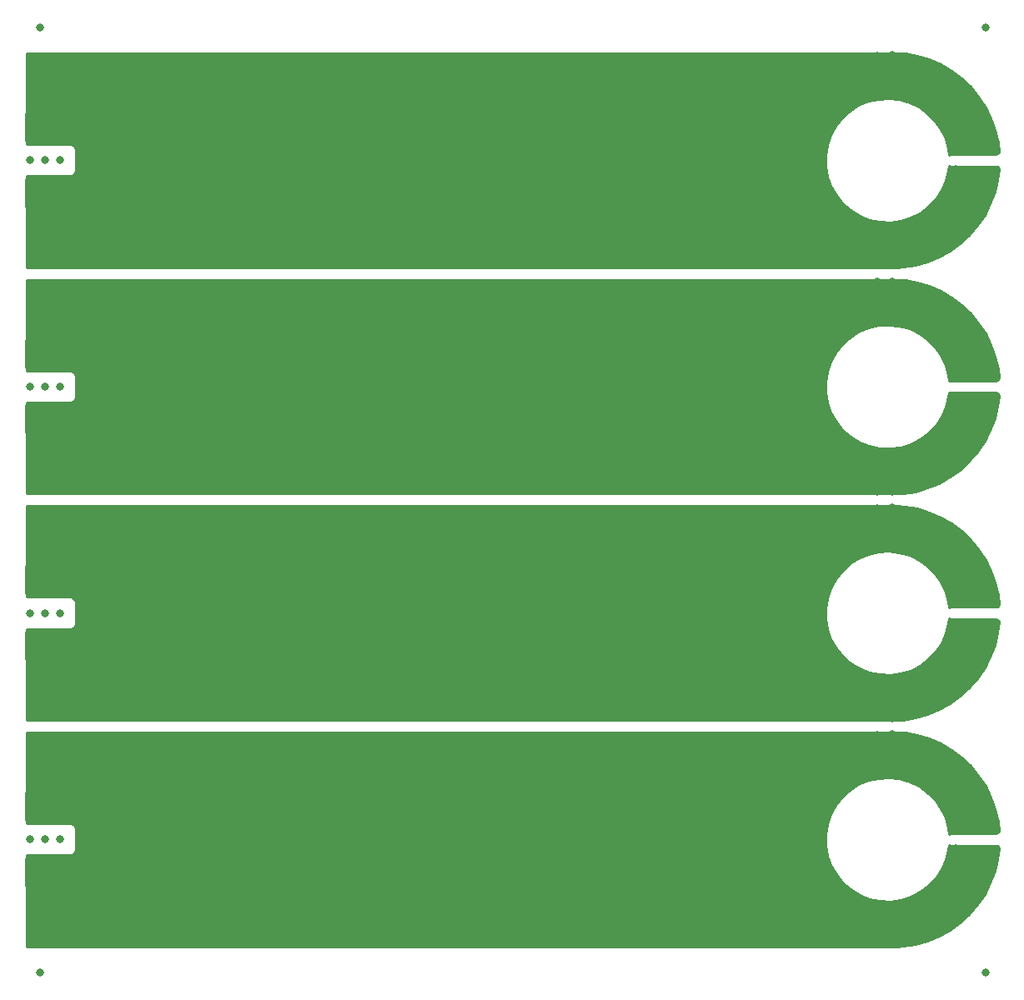
<source format=gbr>
G04 #@! TF.GenerationSoftware,KiCad,Pcbnew,(5.1.0)-1*
G04 #@! TF.CreationDate,2019-04-08T15:48:37-06:00*
G04 #@! TF.ProjectId,H-probe_poly_panelized,482d7072-6f62-4655-9f70-6f6c795f7061,rev?*
G04 #@! TF.SameCoordinates,Original*
G04 #@! TF.FileFunction,Copper,L3,Inr*
G04 #@! TF.FilePolarity,Positive*
%FSLAX46Y46*%
G04 Gerber Fmt 4.6, Leading zero omitted, Abs format (unit mm)*
G04 Created by KiCad (PCBNEW (5.1.0)-1) date 2019-04-08 15:48:37*
%MOMM*%
%LPD*%
G04 APERTURE LIST*
%ADD10C,0.800000*%
%ADD11C,6.400000*%
%ADD12R,4.190000X3.000000*%
%ADD13C,0.254000*%
G04 APERTURE END LIST*
D10*
X177197056Y-140302944D03*
X175500000Y-139600000D03*
X173802944Y-140302944D03*
X173100000Y-142000000D03*
X173802944Y-143697056D03*
X175500000Y-144400000D03*
X177197056Y-143697056D03*
X177900000Y-142000000D03*
D11*
X175500000Y-142000000D03*
D10*
X177197056Y-125302944D03*
X175500000Y-124600000D03*
X173802944Y-125302944D03*
X173100000Y-127000000D03*
X173802944Y-128697056D03*
X175500000Y-129400000D03*
X177197056Y-128697056D03*
X177900000Y-127000000D03*
D11*
X175500000Y-127000000D03*
D10*
X143197056Y-140302944D03*
X141500000Y-139600000D03*
X139802944Y-140302944D03*
X139100000Y-142000000D03*
X139802944Y-143697056D03*
X141500000Y-144400000D03*
X143197056Y-143697056D03*
X143900000Y-142000000D03*
D11*
X141500000Y-142000000D03*
D10*
X109197056Y-140302944D03*
X107500000Y-139600000D03*
X105802944Y-140302944D03*
X105100000Y-142000000D03*
X105802944Y-143697056D03*
X107500000Y-144400000D03*
X109197056Y-143697056D03*
X109900000Y-142000000D03*
D11*
X107500000Y-142000000D03*
D10*
X109197056Y-125302944D03*
X107500000Y-124600000D03*
X105802944Y-125302944D03*
X105100000Y-127000000D03*
X105802944Y-128697056D03*
X107500000Y-129400000D03*
X109197056Y-128697056D03*
X109900000Y-127000000D03*
D11*
X107500000Y-127000000D03*
D10*
X143197056Y-125302944D03*
X141500000Y-124600000D03*
X139802944Y-125302944D03*
X139100000Y-127000000D03*
X139802944Y-128697056D03*
X141500000Y-129400000D03*
X143197056Y-128697056D03*
X143900000Y-127000000D03*
D11*
X141500000Y-127000000D03*
D12*
X102500000Y-131175000D03*
X102500000Y-137825000D03*
D10*
X177197056Y-117302944D03*
X175500000Y-116600000D03*
X173802944Y-117302944D03*
X173100000Y-119000000D03*
X173802944Y-120697056D03*
X175500000Y-121400000D03*
X177197056Y-120697056D03*
X177900000Y-119000000D03*
D11*
X175500000Y-119000000D03*
D10*
X177197056Y-102302944D03*
X175500000Y-101600000D03*
X173802944Y-102302944D03*
X173100000Y-104000000D03*
X173802944Y-105697056D03*
X175500000Y-106400000D03*
X177197056Y-105697056D03*
X177900000Y-104000000D03*
D11*
X175500000Y-104000000D03*
D10*
X143197056Y-117302944D03*
X141500000Y-116600000D03*
X139802944Y-117302944D03*
X139100000Y-119000000D03*
X139802944Y-120697056D03*
X141500000Y-121400000D03*
X143197056Y-120697056D03*
X143900000Y-119000000D03*
D11*
X141500000Y-119000000D03*
D10*
X109197056Y-117302944D03*
X107500000Y-116600000D03*
X105802944Y-117302944D03*
X105100000Y-119000000D03*
X105802944Y-120697056D03*
X107500000Y-121400000D03*
X109197056Y-120697056D03*
X109900000Y-119000000D03*
D11*
X107500000Y-119000000D03*
D10*
X109197056Y-102302944D03*
X107500000Y-101600000D03*
X105802944Y-102302944D03*
X105100000Y-104000000D03*
X105802944Y-105697056D03*
X107500000Y-106400000D03*
X109197056Y-105697056D03*
X109900000Y-104000000D03*
D11*
X107500000Y-104000000D03*
D10*
X143197056Y-102302944D03*
X141500000Y-101600000D03*
X139802944Y-102302944D03*
X139100000Y-104000000D03*
X139802944Y-105697056D03*
X141500000Y-106400000D03*
X143197056Y-105697056D03*
X143900000Y-104000000D03*
D11*
X141500000Y-104000000D03*
D12*
X102500000Y-108175000D03*
X102500000Y-114825000D03*
D10*
X177197056Y-94302944D03*
X175500000Y-93600000D03*
X173802944Y-94302944D03*
X173100000Y-96000000D03*
X173802944Y-97697056D03*
X175500000Y-98400000D03*
X177197056Y-97697056D03*
X177900000Y-96000000D03*
D11*
X175500000Y-96000000D03*
D10*
X177197056Y-79302944D03*
X175500000Y-78600000D03*
X173802944Y-79302944D03*
X173100000Y-81000000D03*
X173802944Y-82697056D03*
X175500000Y-83400000D03*
X177197056Y-82697056D03*
X177900000Y-81000000D03*
D11*
X175500000Y-81000000D03*
D10*
X143197056Y-94302944D03*
X141500000Y-93600000D03*
X139802944Y-94302944D03*
X139100000Y-96000000D03*
X139802944Y-97697056D03*
X141500000Y-98400000D03*
X143197056Y-97697056D03*
X143900000Y-96000000D03*
D11*
X141500000Y-96000000D03*
D10*
X109197056Y-94302944D03*
X107500000Y-93600000D03*
X105802944Y-94302944D03*
X105100000Y-96000000D03*
X105802944Y-97697056D03*
X107500000Y-98400000D03*
X109197056Y-97697056D03*
X109900000Y-96000000D03*
D11*
X107500000Y-96000000D03*
D10*
X109197056Y-79302944D03*
X107500000Y-78600000D03*
X105802944Y-79302944D03*
X105100000Y-81000000D03*
X105802944Y-82697056D03*
X107500000Y-83400000D03*
X109197056Y-82697056D03*
X109900000Y-81000000D03*
D11*
X107500000Y-81000000D03*
D10*
X143197056Y-79302944D03*
X141500000Y-78600000D03*
X139802944Y-79302944D03*
X139100000Y-81000000D03*
X139802944Y-82697056D03*
X141500000Y-83400000D03*
X143197056Y-82697056D03*
X143900000Y-81000000D03*
D11*
X141500000Y-81000000D03*
D12*
X102500000Y-85175000D03*
X102500000Y-91825000D03*
X102500000Y-68825000D03*
X102500000Y-62175000D03*
D11*
X141500000Y-58000000D03*
D10*
X143900000Y-58000000D03*
X143197056Y-59697056D03*
X141500000Y-60400000D03*
X139802944Y-59697056D03*
X139100000Y-58000000D03*
X139802944Y-56302944D03*
X141500000Y-55600000D03*
X143197056Y-56302944D03*
D11*
X107500000Y-58000000D03*
D10*
X109900000Y-58000000D03*
X109197056Y-59697056D03*
X107500000Y-60400000D03*
X105802944Y-59697056D03*
X105100000Y-58000000D03*
X105802944Y-56302944D03*
X107500000Y-55600000D03*
X109197056Y-56302944D03*
D11*
X107500000Y-73000000D03*
D10*
X109900000Y-73000000D03*
X109197056Y-74697056D03*
X107500000Y-75400000D03*
X105802944Y-74697056D03*
X105100000Y-73000000D03*
X105802944Y-71302944D03*
X107500000Y-70600000D03*
X109197056Y-71302944D03*
D11*
X141500000Y-73000000D03*
D10*
X143900000Y-73000000D03*
X143197056Y-74697056D03*
X141500000Y-75400000D03*
X139802944Y-74697056D03*
X139100000Y-73000000D03*
X139802944Y-71302944D03*
X141500000Y-70600000D03*
X143197056Y-71302944D03*
D11*
X175500000Y-58000000D03*
D10*
X177900000Y-58000000D03*
X177197056Y-59697056D03*
X175500000Y-60400000D03*
X173802944Y-59697056D03*
X173100000Y-58000000D03*
X173802944Y-56302944D03*
X175500000Y-55600000D03*
X177197056Y-56302944D03*
D11*
X175500000Y-73000000D03*
D10*
X177900000Y-73000000D03*
X177197056Y-74697056D03*
X175500000Y-75400000D03*
X173802944Y-74697056D03*
X173100000Y-73000000D03*
X173802944Y-71302944D03*
X175500000Y-70600000D03*
X177197056Y-71302944D03*
X198000000Y-52000000D03*
X102000000Y-52000000D03*
X102000000Y-148000000D03*
X198000000Y-148000000D03*
X181000000Y-99000000D03*
X182500000Y-99000000D03*
X178000000Y-78000000D03*
X179500000Y-99000000D03*
X178000000Y-99000000D03*
X179500000Y-78000000D03*
X181000000Y-78000000D03*
X182500000Y-78000000D03*
X110000000Y-99000000D03*
X111500000Y-99000000D03*
X113000000Y-99000000D03*
X114500000Y-99000000D03*
X116000000Y-99000000D03*
X117500000Y-99000000D03*
X119000000Y-99000000D03*
X120500000Y-99000000D03*
X122000000Y-99000000D03*
X123500000Y-99000000D03*
X125000000Y-99000000D03*
X126500000Y-99000000D03*
X128000000Y-99000000D03*
X129500000Y-99000000D03*
X131000000Y-99000000D03*
X132500000Y-99000000D03*
X134000000Y-99000000D03*
X135500000Y-99000000D03*
X137000000Y-99000000D03*
X138500000Y-99000000D03*
X144000000Y-99000000D03*
X145500000Y-99000000D03*
X147000000Y-99000000D03*
X148500000Y-99000000D03*
X150000000Y-99000000D03*
X151500000Y-99000000D03*
X153000000Y-99000000D03*
X154500000Y-99000000D03*
X156000000Y-99000000D03*
X157500000Y-99000000D03*
X159000000Y-99000000D03*
X160500000Y-99000000D03*
X162000000Y-99000000D03*
X163500000Y-99000000D03*
X165000000Y-99000000D03*
X166500000Y-99000000D03*
X168000000Y-99000000D03*
X169500000Y-99000000D03*
X171000000Y-99000000D03*
X172500000Y-99000000D03*
X110000000Y-78000000D03*
X111500000Y-78000000D03*
X113000000Y-78000000D03*
X114500000Y-78000000D03*
X116000000Y-78000000D03*
X117500000Y-78000000D03*
X119000000Y-78000000D03*
X120500000Y-78000000D03*
X122000000Y-78000000D03*
X123500000Y-78000000D03*
X125000000Y-78000000D03*
X126500000Y-78000000D03*
X128000000Y-78000000D03*
X129500000Y-78000000D03*
X131000000Y-78000000D03*
X132500000Y-78000000D03*
X134000000Y-78000000D03*
X135500000Y-78000000D03*
X137000000Y-78000000D03*
X138500000Y-78000000D03*
X144000000Y-78000000D03*
X145500000Y-78000000D03*
X147000000Y-78000000D03*
X148500000Y-78000000D03*
X150000000Y-78000000D03*
X151500000Y-78000000D03*
X153000000Y-78000000D03*
X154500000Y-78000000D03*
X156000000Y-78000000D03*
X157500000Y-78000000D03*
X159000000Y-78000000D03*
X160500000Y-78000000D03*
X162000000Y-78000000D03*
X163500000Y-78000000D03*
X165000000Y-78000000D03*
X166500000Y-78000000D03*
X168000000Y-78000000D03*
X169500000Y-78000000D03*
X171000000Y-78000000D03*
X172500000Y-78000000D03*
X105500000Y-78000000D03*
X104000000Y-78000000D03*
X101000000Y-78000000D03*
X102500000Y-78000000D03*
X104000000Y-99000000D03*
X105500000Y-99000000D03*
X101000000Y-99000000D03*
X102500000Y-99000000D03*
X104000000Y-93000000D03*
X102500000Y-93000000D03*
X101000000Y-93000000D03*
X104000000Y-84000000D03*
X102500000Y-84000000D03*
X101000000Y-84000000D03*
X140000000Y-86500000D03*
X138500000Y-86500000D03*
X102500000Y-86500000D03*
X108500000Y-86500000D03*
X111500000Y-86500000D03*
X129500000Y-86500000D03*
X131000000Y-86500000D03*
X132500000Y-86500000D03*
X134000000Y-86500000D03*
X126500000Y-86500000D03*
X119000000Y-86500000D03*
X117500000Y-86500000D03*
X101000000Y-86500000D03*
X107000000Y-86500000D03*
X125000000Y-86500000D03*
X137000000Y-86500000D03*
X128000000Y-86500000D03*
X116000000Y-86500000D03*
X114500000Y-86500000D03*
X123500000Y-86500000D03*
X105500000Y-86500000D03*
X110000000Y-86500000D03*
X135500000Y-86500000D03*
X113000000Y-86500000D03*
X122000000Y-86500000D03*
X104000000Y-86500000D03*
X120500000Y-86500000D03*
X141500000Y-86500000D03*
X177500000Y-86500000D03*
X176000000Y-86500000D03*
X144500000Y-86500000D03*
X143000000Y-86500000D03*
X147500000Y-86500000D03*
X150500000Y-86500000D03*
X146000000Y-86500000D03*
X149000000Y-86500000D03*
X158000000Y-86500000D03*
X152000000Y-86500000D03*
X152000000Y-86500000D03*
X153500000Y-86500000D03*
X155000000Y-86500000D03*
X156500000Y-86500000D03*
X161000000Y-86500000D03*
X159500000Y-86500000D03*
X162500000Y-86500000D03*
X164000000Y-86500000D03*
X165500000Y-86500000D03*
X167000000Y-86500000D03*
X168500000Y-86500000D03*
X170000000Y-86500000D03*
X171500000Y-86500000D03*
X173000000Y-86500000D03*
X174500000Y-86500000D03*
X104000000Y-90500000D03*
X102500000Y-90500000D03*
X101000000Y-90500000D03*
X101000000Y-79500000D03*
X101000000Y-97500000D03*
X179000000Y-86500000D03*
X107000000Y-90500000D03*
X105500000Y-90500000D03*
X108500000Y-90500000D03*
X110000000Y-90500000D03*
X111500000Y-90500000D03*
X113000000Y-90500000D03*
X114500000Y-90500000D03*
X116000000Y-90500000D03*
X117500000Y-90500000D03*
X119000000Y-90500000D03*
X120500000Y-90500000D03*
X122000000Y-90500000D03*
X123500000Y-90500000D03*
X125000000Y-90500000D03*
X126500000Y-90500000D03*
X128000000Y-90500000D03*
X129500000Y-90500000D03*
X131000000Y-90500000D03*
X132500000Y-90500000D03*
X134000000Y-90500000D03*
X135500000Y-90500000D03*
X137000000Y-90500000D03*
X138500000Y-90500000D03*
X140000000Y-90500000D03*
X141500000Y-90500000D03*
X143000000Y-90500000D03*
X144500000Y-90500000D03*
X146000000Y-90500000D03*
X147500000Y-90500000D03*
X149000000Y-90500000D03*
X150500000Y-90500000D03*
X152000000Y-90500000D03*
X152000000Y-90500000D03*
X153500000Y-90500000D03*
X155000000Y-90500000D03*
X156500000Y-90500000D03*
X158000000Y-90500000D03*
X159500000Y-90500000D03*
X161000000Y-90500000D03*
X162500000Y-90500000D03*
X164000000Y-90500000D03*
X165500000Y-90500000D03*
X167000000Y-90500000D03*
X168500000Y-90500000D03*
X170000000Y-90500000D03*
X171500000Y-90500000D03*
X173000000Y-90500000D03*
X174500000Y-90500000D03*
X176000000Y-90500000D03*
X177500000Y-90500000D03*
X181000000Y-88500000D03*
X181160681Y-89991213D03*
X181635347Y-91413966D03*
X182402207Y-92702942D03*
X183426056Y-93798965D03*
X184659889Y-94651720D03*
X186047062Y-95222056D03*
X187523893Y-95483790D03*
X189022581Y-95424906D03*
X190474324Y-95048108D03*
X191812473Y-94370694D03*
X192975596Y-93423763D03*
X193910295Y-92250788D03*
X194573660Y-90905618D03*
X194935235Y-89450009D03*
X181160681Y-87008787D03*
X181635347Y-85586034D03*
X182402207Y-84297058D03*
X183426056Y-83201035D03*
X184659889Y-82348280D03*
X186047062Y-81777944D03*
X187523893Y-81516210D03*
X189022581Y-81575094D03*
X190474324Y-81951892D03*
X191812473Y-82629306D03*
X192975596Y-83576237D03*
X193910295Y-84749212D03*
X194573660Y-86094382D03*
X194935235Y-87549991D03*
X177892607Y-91977156D03*
X178491886Y-93383213D03*
X179285582Y-94689421D03*
X180257467Y-95869069D03*
X181387667Y-96898039D03*
X182653074Y-97755289D03*
X184027812Y-98423292D03*
X185483771Y-98888387D03*
X186991181Y-99141066D03*
X188519219Y-99176161D03*
X190036640Y-98992955D03*
X191512416Y-98595193D03*
X192916373Y-97991010D03*
X194219802Y-97192759D03*
X195396051Y-96216763D03*
X196421069Y-95082978D03*
X197273897Y-93814587D03*
X197937097Y-92437525D03*
X198397107Y-90979952D03*
X198644523Y-89471669D03*
X177892607Y-85022844D03*
X178491886Y-83616787D03*
X179285582Y-82310579D03*
X180257467Y-81130931D03*
X181387667Y-80101961D03*
X182653074Y-79244711D03*
X184027812Y-78576708D03*
X185483771Y-78111613D03*
X186991181Y-77858934D03*
X188519219Y-77823839D03*
X190036640Y-78007045D03*
X191512416Y-78404807D03*
X192916373Y-79008990D03*
X194219802Y-79807241D03*
X195396051Y-80783237D03*
X196421069Y-81917022D03*
X197273897Y-83185413D03*
X197937097Y-84562475D03*
X198397107Y-86020048D03*
X198644523Y-87528331D03*
X180000000Y-86500000D03*
X101000000Y-81000000D03*
X101000000Y-82500000D03*
X101000000Y-96000000D03*
X101000000Y-94500000D03*
X101000000Y-88500000D03*
X104000000Y-88500000D03*
X102500000Y-88500632D03*
X181000000Y-122000000D03*
X182500000Y-122000000D03*
X178000000Y-101000000D03*
X179500000Y-122000000D03*
X178000000Y-122000000D03*
X179500000Y-101000000D03*
X181000000Y-101000000D03*
X182500000Y-101000000D03*
X110000000Y-122000000D03*
X111500000Y-122000000D03*
X113000000Y-122000000D03*
X114500000Y-122000000D03*
X116000000Y-122000000D03*
X117500000Y-122000000D03*
X119000000Y-122000000D03*
X120500000Y-122000000D03*
X122000000Y-122000000D03*
X123500000Y-122000000D03*
X125000000Y-122000000D03*
X126500000Y-122000000D03*
X128000000Y-122000000D03*
X129500000Y-122000000D03*
X131000000Y-122000000D03*
X132500000Y-122000000D03*
X134000000Y-122000000D03*
X135500000Y-122000000D03*
X137000000Y-122000000D03*
X138500000Y-122000000D03*
X144000000Y-122000000D03*
X145500000Y-122000000D03*
X147000000Y-122000000D03*
X148500000Y-122000000D03*
X150000000Y-122000000D03*
X151500000Y-122000000D03*
X153000000Y-122000000D03*
X154500000Y-122000000D03*
X156000000Y-122000000D03*
X157500000Y-122000000D03*
X159000000Y-122000000D03*
X160500000Y-122000000D03*
X162000000Y-122000000D03*
X163500000Y-122000000D03*
X165000000Y-122000000D03*
X166500000Y-122000000D03*
X168000000Y-122000000D03*
X169500000Y-122000000D03*
X171000000Y-122000000D03*
X172500000Y-122000000D03*
X110000000Y-101000000D03*
X111500000Y-101000000D03*
X113000000Y-101000000D03*
X114500000Y-101000000D03*
X116000000Y-101000000D03*
X117500000Y-101000000D03*
X119000000Y-101000000D03*
X120500000Y-101000000D03*
X122000000Y-101000000D03*
X123500000Y-101000000D03*
X125000000Y-101000000D03*
X126500000Y-101000000D03*
X128000000Y-101000000D03*
X129500000Y-101000000D03*
X131000000Y-101000000D03*
X132500000Y-101000000D03*
X134000000Y-101000000D03*
X135500000Y-101000000D03*
X137000000Y-101000000D03*
X138500000Y-101000000D03*
X144000000Y-101000000D03*
X145500000Y-101000000D03*
X147000000Y-101000000D03*
X148500000Y-101000000D03*
X150000000Y-101000000D03*
X151500000Y-101000000D03*
X153000000Y-101000000D03*
X154500000Y-101000000D03*
X156000000Y-101000000D03*
X157500000Y-101000000D03*
X159000000Y-101000000D03*
X160500000Y-101000000D03*
X162000000Y-101000000D03*
X163500000Y-101000000D03*
X165000000Y-101000000D03*
X166500000Y-101000000D03*
X168000000Y-101000000D03*
X169500000Y-101000000D03*
X171000000Y-101000000D03*
X172500000Y-101000000D03*
X105500000Y-101000000D03*
X104000000Y-101000000D03*
X101000000Y-101000000D03*
X102500000Y-101000000D03*
X104000000Y-122000000D03*
X105500000Y-122000000D03*
X101000000Y-122000000D03*
X102500000Y-122000000D03*
X104000000Y-116000000D03*
X102500000Y-116000000D03*
X101000000Y-116000000D03*
X104000000Y-107000000D03*
X102500000Y-107000000D03*
X101000000Y-107000000D03*
X140000000Y-109500000D03*
X138500000Y-109500000D03*
X102500000Y-109500000D03*
X108500000Y-109500000D03*
X111500000Y-109500000D03*
X129500000Y-109500000D03*
X131000000Y-109500000D03*
X132500000Y-109500000D03*
X134000000Y-109500000D03*
X126500000Y-109500000D03*
X119000000Y-109500000D03*
X117500000Y-109500000D03*
X101000000Y-109500000D03*
X107000000Y-109500000D03*
X125000000Y-109500000D03*
X137000000Y-109500000D03*
X128000000Y-109500000D03*
X116000000Y-109500000D03*
X114500000Y-109500000D03*
X123500000Y-109500000D03*
X105500000Y-109500000D03*
X110000000Y-109500000D03*
X135500000Y-109500000D03*
X113000000Y-109500000D03*
X122000000Y-109500000D03*
X104000000Y-109500000D03*
X120500000Y-109500000D03*
X141500000Y-109500000D03*
X177500000Y-109500000D03*
X176000000Y-109500000D03*
X144500000Y-109500000D03*
X143000000Y-109500000D03*
X147500000Y-109500000D03*
X150500000Y-109500000D03*
X146000000Y-109500000D03*
X149000000Y-109500000D03*
X158000000Y-109500000D03*
X152000000Y-109500000D03*
X152000000Y-109500000D03*
X153500000Y-109500000D03*
X155000000Y-109500000D03*
X156500000Y-109500000D03*
X161000000Y-109500000D03*
X159500000Y-109500000D03*
X162500000Y-109500000D03*
X164000000Y-109500000D03*
X165500000Y-109500000D03*
X167000000Y-109500000D03*
X168500000Y-109500000D03*
X170000000Y-109500000D03*
X171500000Y-109500000D03*
X173000000Y-109500000D03*
X174500000Y-109500000D03*
X104000000Y-113500000D03*
X102500000Y-113500000D03*
X101000000Y-113500000D03*
X101000000Y-102500000D03*
X101000000Y-120500000D03*
X179000000Y-109500000D03*
X107000000Y-113500000D03*
X105500000Y-113500000D03*
X108500000Y-113500000D03*
X110000000Y-113500000D03*
X111500000Y-113500000D03*
X113000000Y-113500000D03*
X114500000Y-113500000D03*
X116000000Y-113500000D03*
X117500000Y-113500000D03*
X119000000Y-113500000D03*
X120500000Y-113500000D03*
X122000000Y-113500000D03*
X123500000Y-113500000D03*
X125000000Y-113500000D03*
X126500000Y-113500000D03*
X128000000Y-113500000D03*
X129500000Y-113500000D03*
X131000000Y-113500000D03*
X132500000Y-113500000D03*
X134000000Y-113500000D03*
X135500000Y-113500000D03*
X137000000Y-113500000D03*
X138500000Y-113500000D03*
X140000000Y-113500000D03*
X141500000Y-113500000D03*
X143000000Y-113500000D03*
X144500000Y-113500000D03*
X146000000Y-113500000D03*
X147500000Y-113500000D03*
X149000000Y-113500000D03*
X150500000Y-113500000D03*
X152000000Y-113500000D03*
X152000000Y-113500000D03*
X153500000Y-113500000D03*
X155000000Y-113500000D03*
X156500000Y-113500000D03*
X158000000Y-113500000D03*
X159500000Y-113500000D03*
X161000000Y-113500000D03*
X162500000Y-113500000D03*
X164000000Y-113500000D03*
X165500000Y-113500000D03*
X167000000Y-113500000D03*
X168500000Y-113500000D03*
X170000000Y-113500000D03*
X171500000Y-113500000D03*
X173000000Y-113500000D03*
X174500000Y-113500000D03*
X176000000Y-113500000D03*
X177500000Y-113500000D03*
X181000000Y-111500000D03*
X181160681Y-112991213D03*
X181635347Y-114413966D03*
X182402207Y-115702942D03*
X183426056Y-116798965D03*
X184659889Y-117651720D03*
X186047062Y-118222056D03*
X187523893Y-118483790D03*
X189022581Y-118424906D03*
X190474324Y-118048108D03*
X191812473Y-117370694D03*
X192975596Y-116423763D03*
X193910295Y-115250788D03*
X194573660Y-113905618D03*
X194935235Y-112450009D03*
X181160681Y-110008787D03*
X181635347Y-108586034D03*
X182402207Y-107297058D03*
X183426056Y-106201035D03*
X184659889Y-105348280D03*
X186047062Y-104777944D03*
X187523893Y-104516210D03*
X189022581Y-104575094D03*
X190474324Y-104951892D03*
X191812473Y-105629306D03*
X192975596Y-106576237D03*
X193910295Y-107749212D03*
X194573660Y-109094382D03*
X194935235Y-110549991D03*
X177892607Y-114977156D03*
X178491886Y-116383213D03*
X179285582Y-117689421D03*
X180257467Y-118869069D03*
X181387667Y-119898039D03*
X182653074Y-120755289D03*
X184027812Y-121423292D03*
X185483771Y-121888387D03*
X186991181Y-122141066D03*
X188519219Y-122176161D03*
X190036640Y-121992955D03*
X191512416Y-121595193D03*
X192916373Y-120991010D03*
X194219802Y-120192759D03*
X195396051Y-119216763D03*
X196421069Y-118082978D03*
X197273897Y-116814587D03*
X197937097Y-115437525D03*
X198397107Y-113979952D03*
X198644523Y-112471669D03*
X177892607Y-108022844D03*
X178491886Y-106616787D03*
X179285582Y-105310579D03*
X180257467Y-104130931D03*
X181387667Y-103101961D03*
X182653074Y-102244711D03*
X184027812Y-101576708D03*
X185483771Y-101111613D03*
X186991181Y-100858934D03*
X188519219Y-100823839D03*
X190036640Y-101007045D03*
X191512416Y-101404807D03*
X192916373Y-102008990D03*
X194219802Y-102807241D03*
X195396051Y-103783237D03*
X196421069Y-104917022D03*
X197273897Y-106185413D03*
X197937097Y-107562475D03*
X198397107Y-109020048D03*
X198644523Y-110528331D03*
X180000000Y-109500000D03*
X101000000Y-104000000D03*
X101000000Y-105500000D03*
X101000000Y-119000000D03*
X101000000Y-117500000D03*
X101000000Y-111500000D03*
X104000000Y-111500000D03*
X102500000Y-111500632D03*
X181000000Y-145000000D03*
X182500000Y-145000000D03*
X178000000Y-124000000D03*
X179500000Y-145000000D03*
X178000000Y-145000000D03*
X179500000Y-124000000D03*
X181000000Y-124000000D03*
X182500000Y-124000000D03*
X110000000Y-145000000D03*
X111500000Y-145000000D03*
X113000000Y-145000000D03*
X114500000Y-145000000D03*
X116000000Y-145000000D03*
X117500000Y-145000000D03*
X119000000Y-145000000D03*
X120500000Y-145000000D03*
X122000000Y-145000000D03*
X123500000Y-145000000D03*
X125000000Y-145000000D03*
X126500000Y-145000000D03*
X128000000Y-145000000D03*
X129500000Y-145000000D03*
X131000000Y-145000000D03*
X132500000Y-145000000D03*
X134000000Y-145000000D03*
X135500000Y-145000000D03*
X137000000Y-145000000D03*
X138500000Y-145000000D03*
X144000000Y-145000000D03*
X145500000Y-145000000D03*
X147000000Y-145000000D03*
X148500000Y-145000000D03*
X150000000Y-145000000D03*
X151500000Y-145000000D03*
X153000000Y-145000000D03*
X154500000Y-145000000D03*
X156000000Y-145000000D03*
X157500000Y-145000000D03*
X159000000Y-145000000D03*
X160500000Y-145000000D03*
X162000000Y-145000000D03*
X163500000Y-145000000D03*
X165000000Y-145000000D03*
X166500000Y-145000000D03*
X168000000Y-145000000D03*
X169500000Y-145000000D03*
X171000000Y-145000000D03*
X172500000Y-145000000D03*
X110000000Y-124000000D03*
X111500000Y-124000000D03*
X113000000Y-124000000D03*
X114500000Y-124000000D03*
X116000000Y-124000000D03*
X117500000Y-124000000D03*
X119000000Y-124000000D03*
X120500000Y-124000000D03*
X122000000Y-124000000D03*
X123500000Y-124000000D03*
X125000000Y-124000000D03*
X126500000Y-124000000D03*
X128000000Y-124000000D03*
X129500000Y-124000000D03*
X131000000Y-124000000D03*
X132500000Y-124000000D03*
X134000000Y-124000000D03*
X135500000Y-124000000D03*
X137000000Y-124000000D03*
X138500000Y-124000000D03*
X144000000Y-124000000D03*
X145500000Y-124000000D03*
X147000000Y-124000000D03*
X148500000Y-124000000D03*
X150000000Y-124000000D03*
X151500000Y-124000000D03*
X153000000Y-124000000D03*
X154500000Y-124000000D03*
X156000000Y-124000000D03*
X157500000Y-124000000D03*
X159000000Y-124000000D03*
X160500000Y-124000000D03*
X162000000Y-124000000D03*
X163500000Y-124000000D03*
X165000000Y-124000000D03*
X166500000Y-124000000D03*
X168000000Y-124000000D03*
X169500000Y-124000000D03*
X171000000Y-124000000D03*
X172500000Y-124000000D03*
X105500000Y-124000000D03*
X104000000Y-124000000D03*
X101000000Y-124000000D03*
X102500000Y-124000000D03*
X104000000Y-145000000D03*
X105500000Y-145000000D03*
X101000000Y-145000000D03*
X102500000Y-145000000D03*
X104000000Y-139000000D03*
X102500000Y-139000000D03*
X101000000Y-139000000D03*
X104000000Y-130000000D03*
X102500000Y-130000000D03*
X101000000Y-130000000D03*
X140000000Y-132500000D03*
X138500000Y-132500000D03*
X102500000Y-132500000D03*
X108500000Y-132500000D03*
X111500000Y-132500000D03*
X129500000Y-132500000D03*
X131000000Y-132500000D03*
X132500000Y-132500000D03*
X134000000Y-132500000D03*
X126500000Y-132500000D03*
X119000000Y-132500000D03*
X117500000Y-132500000D03*
X101000000Y-132500000D03*
X107000000Y-132500000D03*
X125000000Y-132500000D03*
X137000000Y-132500000D03*
X128000000Y-132500000D03*
X116000000Y-132500000D03*
X114500000Y-132500000D03*
X123500000Y-132500000D03*
X105500000Y-132500000D03*
X110000000Y-132500000D03*
X135500000Y-132500000D03*
X113000000Y-132500000D03*
X122000000Y-132500000D03*
X104000000Y-132500000D03*
X120500000Y-132500000D03*
X141500000Y-132500000D03*
X177500000Y-132500000D03*
X176000000Y-132500000D03*
X144500000Y-132500000D03*
X143000000Y-132500000D03*
X147500000Y-132500000D03*
X150500000Y-132500000D03*
X146000000Y-132500000D03*
X149000000Y-132500000D03*
X158000000Y-132500000D03*
X152000000Y-132500000D03*
X152000000Y-132500000D03*
X153500000Y-132500000D03*
X155000000Y-132500000D03*
X156500000Y-132500000D03*
X161000000Y-132500000D03*
X159500000Y-132500000D03*
X162500000Y-132500000D03*
X164000000Y-132500000D03*
X165500000Y-132500000D03*
X167000000Y-132500000D03*
X168500000Y-132500000D03*
X170000000Y-132500000D03*
X171500000Y-132500000D03*
X173000000Y-132500000D03*
X174500000Y-132500000D03*
X104000000Y-136500000D03*
X102500000Y-136500000D03*
X101000000Y-136500000D03*
X101000000Y-125500000D03*
X101000000Y-143500000D03*
X179000000Y-132500000D03*
X107000000Y-136500000D03*
X105500000Y-136500000D03*
X108500000Y-136500000D03*
X110000000Y-136500000D03*
X111500000Y-136500000D03*
X113000000Y-136500000D03*
X114500000Y-136500000D03*
X116000000Y-136500000D03*
X117500000Y-136500000D03*
X119000000Y-136500000D03*
X120500000Y-136500000D03*
X122000000Y-136500000D03*
X123500000Y-136500000D03*
X125000000Y-136500000D03*
X126500000Y-136500000D03*
X128000000Y-136500000D03*
X129500000Y-136500000D03*
X131000000Y-136500000D03*
X132500000Y-136500000D03*
X134000000Y-136500000D03*
X135500000Y-136500000D03*
X137000000Y-136500000D03*
X138500000Y-136500000D03*
X140000000Y-136500000D03*
X141500000Y-136500000D03*
X143000000Y-136500000D03*
X144500000Y-136500000D03*
X146000000Y-136500000D03*
X147500000Y-136500000D03*
X149000000Y-136500000D03*
X150500000Y-136500000D03*
X152000000Y-136500000D03*
X152000000Y-136500000D03*
X153500000Y-136500000D03*
X155000000Y-136500000D03*
X156500000Y-136500000D03*
X158000000Y-136500000D03*
X159500000Y-136500000D03*
X161000000Y-136500000D03*
X162500000Y-136500000D03*
X164000000Y-136500000D03*
X165500000Y-136500000D03*
X167000000Y-136500000D03*
X168500000Y-136500000D03*
X170000000Y-136500000D03*
X171500000Y-136500000D03*
X173000000Y-136500000D03*
X174500000Y-136500000D03*
X176000000Y-136500000D03*
X177500000Y-136500000D03*
X181000000Y-134500000D03*
X181160681Y-135991213D03*
X181635347Y-137413966D03*
X182402207Y-138702942D03*
X183426056Y-139798965D03*
X184659889Y-140651720D03*
X186047062Y-141222056D03*
X187523893Y-141483790D03*
X189022581Y-141424906D03*
X190474324Y-141048108D03*
X191812473Y-140370694D03*
X192975596Y-139423763D03*
X193910295Y-138250788D03*
X194573660Y-136905618D03*
X194935235Y-135450009D03*
X181160681Y-133008787D03*
X181635347Y-131586034D03*
X182402207Y-130297058D03*
X183426056Y-129201035D03*
X184659889Y-128348280D03*
X186047062Y-127777944D03*
X187523893Y-127516210D03*
X189022581Y-127575094D03*
X190474324Y-127951892D03*
X191812473Y-128629306D03*
X192975596Y-129576237D03*
X193910295Y-130749212D03*
X194573660Y-132094382D03*
X194935235Y-133549991D03*
X177892607Y-137977156D03*
X178491886Y-139383213D03*
X179285582Y-140689421D03*
X180257467Y-141869069D03*
X181387667Y-142898039D03*
X182653074Y-143755289D03*
X184027812Y-144423292D03*
X185483771Y-144888387D03*
X186991181Y-145141066D03*
X188519219Y-145176161D03*
X190036640Y-144992955D03*
X191512416Y-144595193D03*
X192916373Y-143991010D03*
X194219802Y-143192759D03*
X195396051Y-142216763D03*
X196421069Y-141082978D03*
X197273897Y-139814587D03*
X197937097Y-138437525D03*
X198397107Y-136979952D03*
X198644523Y-135471669D03*
X177892607Y-131022844D03*
X178491886Y-129616787D03*
X179285582Y-128310579D03*
X180257467Y-127130931D03*
X181387667Y-126101961D03*
X182653074Y-125244711D03*
X184027812Y-124576708D03*
X185483771Y-124111613D03*
X186991181Y-123858934D03*
X188519219Y-123823839D03*
X190036640Y-124007045D03*
X191512416Y-124404807D03*
X192916373Y-125008990D03*
X194219802Y-125807241D03*
X195396051Y-126783237D03*
X196421069Y-127917022D03*
X197273897Y-129185413D03*
X197937097Y-130562475D03*
X198397107Y-132020048D03*
X198644523Y-133528331D03*
X180000000Y-132500000D03*
X101000000Y-127000000D03*
X101000000Y-128500000D03*
X101000000Y-142000000D03*
X101000000Y-140500000D03*
X101000000Y-134500000D03*
X104000000Y-134500000D03*
X102500000Y-134500632D03*
X178000000Y-76000000D03*
X179500000Y-76000000D03*
X181000000Y-76000000D03*
X182500000Y-76000000D03*
X178000000Y-55000000D03*
X179500000Y-55000000D03*
X181000000Y-55000000D03*
X182500000Y-55000000D03*
X110000000Y-76000000D03*
X111500000Y-76000000D03*
X113000000Y-76000000D03*
X114500000Y-76000000D03*
X116000000Y-76000000D03*
X117500000Y-76000000D03*
X119000000Y-76000000D03*
X120500000Y-76000000D03*
X122000000Y-76000000D03*
X123500000Y-76000000D03*
X125000000Y-76000000D03*
X126500000Y-76000000D03*
X128000000Y-76000000D03*
X129500000Y-76000000D03*
X131000000Y-76000000D03*
X132500000Y-76000000D03*
X134000000Y-76000000D03*
X135500000Y-76000000D03*
X137000000Y-76000000D03*
X138500000Y-76000000D03*
X144000000Y-76000000D03*
X145500000Y-76000000D03*
X147000000Y-76000000D03*
X148500000Y-76000000D03*
X150000000Y-76000000D03*
X151500000Y-76000000D03*
X153000000Y-76000000D03*
X154500000Y-76000000D03*
X156000000Y-76000000D03*
X157500000Y-76000000D03*
X159000000Y-76000000D03*
X160500000Y-76000000D03*
X162000000Y-76000000D03*
X163500000Y-76000000D03*
X165000000Y-76000000D03*
X166500000Y-76000000D03*
X168000000Y-76000000D03*
X169500000Y-76000000D03*
X171000000Y-76000000D03*
X172500000Y-76000000D03*
X110000000Y-55000000D03*
X111500000Y-55000000D03*
X113000000Y-55000000D03*
X114500000Y-55000000D03*
X116000000Y-55000000D03*
X117500000Y-55000000D03*
X119000000Y-55000000D03*
X120500000Y-55000000D03*
X122000000Y-55000000D03*
X123500000Y-55000000D03*
X125000000Y-55000000D03*
X126500000Y-55000000D03*
X128000000Y-55000000D03*
X129500000Y-55000000D03*
X131000000Y-55000000D03*
X132500000Y-55000000D03*
X134000000Y-55000000D03*
X135500000Y-55000000D03*
X137000000Y-55000000D03*
X138500000Y-55000000D03*
X144000000Y-55000000D03*
X145500000Y-55000000D03*
X147000000Y-55000000D03*
X148500000Y-55000000D03*
X150000000Y-55000000D03*
X151500000Y-55000000D03*
X153000000Y-55000000D03*
X154500000Y-55000000D03*
X156000000Y-55000000D03*
X157500000Y-55000000D03*
X159000000Y-55000000D03*
X160500000Y-55000000D03*
X162000000Y-55000000D03*
X163500000Y-55000000D03*
X165000000Y-55000000D03*
X166500000Y-55000000D03*
X168000000Y-55000000D03*
X169500000Y-55000000D03*
X171000000Y-55000000D03*
X172500000Y-55000000D03*
X105500000Y-55000000D03*
X104000000Y-55000000D03*
X101000000Y-55000000D03*
X102500000Y-55000000D03*
X104000000Y-76000000D03*
X105500000Y-76000000D03*
X101000000Y-76000000D03*
X102500000Y-76000000D03*
X104000000Y-70000000D03*
X102500000Y-70000000D03*
X101000000Y-70000000D03*
X104000000Y-61000000D03*
X102500000Y-61000000D03*
X101000000Y-61000000D03*
X140000000Y-63500000D03*
X138500000Y-63500000D03*
X102500000Y-63500000D03*
X108500000Y-63500000D03*
X111500000Y-63500000D03*
X129500000Y-63500000D03*
X131000000Y-63500000D03*
X132500000Y-63500000D03*
X134000000Y-63500000D03*
X126500000Y-63500000D03*
X119000000Y-63500000D03*
X117500000Y-63500000D03*
X101000000Y-63500000D03*
X107000000Y-63500000D03*
X125000000Y-63500000D03*
X137000000Y-63500000D03*
X128000000Y-63500000D03*
X116000000Y-63500000D03*
X114500000Y-63500000D03*
X123500000Y-63500000D03*
X105500000Y-63500000D03*
X110000000Y-63500000D03*
X135500000Y-63500000D03*
X113000000Y-63500000D03*
X122000000Y-63500000D03*
X104000000Y-63500000D03*
X120500000Y-63500000D03*
X141500000Y-63500000D03*
X177500000Y-63500000D03*
X176000000Y-63500000D03*
X144500000Y-63500000D03*
X143000000Y-63500000D03*
X147500000Y-63500000D03*
X150500000Y-63500000D03*
X146000000Y-63500000D03*
X149000000Y-63500000D03*
X158000000Y-63500000D03*
X152000000Y-63500000D03*
X152000000Y-63500000D03*
X153500000Y-63500000D03*
X155000000Y-63500000D03*
X156500000Y-63500000D03*
X161000000Y-63500000D03*
X159500000Y-63500000D03*
X162500000Y-63500000D03*
X164000000Y-63500000D03*
X165500000Y-63500000D03*
X167000000Y-63500000D03*
X168500000Y-63500000D03*
X170000000Y-63500000D03*
X171500000Y-63500000D03*
X173000000Y-63500000D03*
X174500000Y-63500000D03*
X104000000Y-67500000D03*
X102500000Y-67500000D03*
X101000000Y-67500000D03*
X101000000Y-56500000D03*
X101000000Y-74500000D03*
X179000000Y-63500000D03*
X107000000Y-67500000D03*
X105500000Y-67500000D03*
X108500000Y-67500000D03*
X110000000Y-67500000D03*
X111500000Y-67500000D03*
X113000000Y-67500000D03*
X114500000Y-67500000D03*
X116000000Y-67500000D03*
X117500000Y-67500000D03*
X119000000Y-67500000D03*
X120500000Y-67500000D03*
X122000000Y-67500000D03*
X123500000Y-67500000D03*
X125000000Y-67500000D03*
X126500000Y-67500000D03*
X128000000Y-67500000D03*
X129500000Y-67500000D03*
X131000000Y-67500000D03*
X132500000Y-67500000D03*
X134000000Y-67500000D03*
X135500000Y-67500000D03*
X137000000Y-67500000D03*
X138500000Y-67500000D03*
X140000000Y-67500000D03*
X141500000Y-67500000D03*
X143000000Y-67500000D03*
X144500000Y-67500000D03*
X146000000Y-67500000D03*
X147500000Y-67500000D03*
X149000000Y-67500000D03*
X150500000Y-67500000D03*
X152000000Y-67500000D03*
X152000000Y-67500000D03*
X153500000Y-67500000D03*
X155000000Y-67500000D03*
X156500000Y-67500000D03*
X158000000Y-67500000D03*
X159500000Y-67500000D03*
X161000000Y-67500000D03*
X162500000Y-67500000D03*
X164000000Y-67500000D03*
X165500000Y-67500000D03*
X167000000Y-67500000D03*
X168500000Y-67500000D03*
X170000000Y-67500000D03*
X171500000Y-67500000D03*
X173000000Y-67500000D03*
X174500000Y-67500000D03*
X176000000Y-67500000D03*
X177500000Y-67500000D03*
X181000000Y-65500000D03*
X181160681Y-66991213D03*
X181635347Y-68413966D03*
X182402207Y-69702942D03*
X183426056Y-70798965D03*
X184659889Y-71651720D03*
X186047062Y-72222056D03*
X187523893Y-72483790D03*
X189022581Y-72424906D03*
X190474324Y-72048108D03*
X191812473Y-71370694D03*
X192975596Y-70423763D03*
X193910295Y-69250788D03*
X194573660Y-67905618D03*
X194935235Y-66450009D03*
X181160681Y-64008787D03*
X181635347Y-62586034D03*
X182402207Y-61297058D03*
X183426056Y-60201035D03*
X184659889Y-59348280D03*
X186047062Y-58777944D03*
X187523893Y-58516210D03*
X189022581Y-58575094D03*
X190474324Y-58951892D03*
X191812473Y-59629306D03*
X192975596Y-60576237D03*
X193910295Y-61749212D03*
X194573660Y-63094382D03*
X194935235Y-64549991D03*
X177892607Y-68977156D03*
X178491886Y-70383213D03*
X179285582Y-71689421D03*
X180257467Y-72869069D03*
X181387667Y-73898039D03*
X182653074Y-74755289D03*
X184027812Y-75423292D03*
X185483771Y-75888387D03*
X186991181Y-76141066D03*
X188519219Y-76176161D03*
X190036640Y-75992955D03*
X191512416Y-75595193D03*
X192916373Y-74991010D03*
X194219802Y-74192759D03*
X195396051Y-73216763D03*
X196421069Y-72082978D03*
X197273897Y-70814587D03*
X197937097Y-69437525D03*
X198397107Y-67979952D03*
X198644523Y-66471669D03*
X177892607Y-62022844D03*
X178491886Y-60616787D03*
X179285582Y-59310579D03*
X180257467Y-58130931D03*
X181387667Y-57101961D03*
X182653074Y-56244711D03*
X184027812Y-55576708D03*
X185483771Y-55111613D03*
X186991181Y-54858934D03*
X188519219Y-54823839D03*
X190036640Y-55007045D03*
X191512416Y-55404807D03*
X192916373Y-56008990D03*
X194219802Y-56807241D03*
X195396051Y-57783237D03*
X196421069Y-58917022D03*
X197273897Y-60185413D03*
X197937097Y-61562475D03*
X198397107Y-63020048D03*
X198644523Y-64528331D03*
X180000000Y-63500000D03*
X101000000Y-58000000D03*
X101000000Y-59500000D03*
X101000000Y-73000000D03*
X101000000Y-71500000D03*
X101000000Y-65500000D03*
X104000000Y-65500000D03*
X102500000Y-65500632D03*
D13*
G36*
X189771354Y-54677450D02*
G01*
X191025351Y-54899691D01*
X192244852Y-55266719D01*
X193413205Y-55773523D01*
X194514445Y-56413175D01*
X195533531Y-57176937D01*
X196456556Y-58054387D01*
X197270906Y-59033535D01*
X197965451Y-60101003D01*
X198530714Y-61242217D01*
X198958968Y-62441580D01*
X199244368Y-63682726D01*
X199343927Y-64591783D01*
X199319148Y-64684259D01*
X199184259Y-64819148D01*
X198983279Y-64873000D01*
X194500000Y-64873000D01*
X194467130Y-64877327D01*
X194254113Y-64934405D01*
X194189994Y-64319195D01*
X193902546Y-63293129D01*
X193446325Y-62330163D01*
X192834378Y-61457833D01*
X192084201Y-60701080D01*
X191217244Y-60081544D01*
X190258296Y-59616937D01*
X189234777Y-59320546D01*
X188175951Y-59200844D01*
X187112095Y-59261254D01*
X186073626Y-59500049D01*
X185090239Y-59910401D01*
X184190050Y-60480577D01*
X183398800Y-61194273D01*
X182739112Y-62031083D01*
X182229849Y-62967081D01*
X181885572Y-63975502D01*
X181716125Y-65027513D01*
X181726354Y-66093034D01*
X181915965Y-67141599D01*
X182279538Y-68143225D01*
X182806676Y-69069273D01*
X183482307Y-69893265D01*
X184287113Y-70591640D01*
X185198081Y-71144429D01*
X186189165Y-71535827D01*
X187232027Y-71754642D01*
X188296847Y-71794617D01*
X189353179Y-71654611D01*
X190370820Y-71338625D01*
X191320671Y-70855695D01*
X192175575Y-70219629D01*
X192911086Y-69448615D01*
X193506174Y-68564697D01*
X193943824Y-67593151D01*
X194211522Y-66561755D01*
X194253633Y-66065467D01*
X194467130Y-66122673D01*
X194500000Y-66127000D01*
X198983279Y-66127000D01*
X199184259Y-66180852D01*
X199319148Y-66315741D01*
X199347842Y-66422831D01*
X199214497Y-67485822D01*
X198909639Y-68722322D01*
X198462598Y-69914815D01*
X197879481Y-71047005D01*
X197168252Y-72103436D01*
X196338627Y-73069668D01*
X195401932Y-73932512D01*
X194370968Y-74680178D01*
X193259813Y-75302455D01*
X192083652Y-75790839D01*
X190858538Y-76138667D01*
X189598863Y-76341562D01*
X188978269Y-76373000D01*
X100602000Y-76373000D01*
X100602000Y-67127000D01*
X105000000Y-67127000D01*
X105032870Y-67122673D01*
X105282870Y-67055686D01*
X105306171Y-67046916D01*
X105327313Y-67033769D01*
X105339803Y-67022816D01*
X105522816Y-66839803D01*
X105538610Y-66820557D01*
X105550346Y-66798601D01*
X105555686Y-66782870D01*
X105622673Y-66532870D01*
X105627000Y-66500000D01*
X105627000Y-64500000D01*
X105622673Y-64467130D01*
X105555686Y-64217130D01*
X105546916Y-64193829D01*
X105533769Y-64172687D01*
X105522816Y-64160197D01*
X105339803Y-63977184D01*
X105320557Y-63961390D01*
X105298601Y-63949654D01*
X105282870Y-63944314D01*
X105032870Y-63877327D01*
X105000000Y-63873000D01*
X100602000Y-63873000D01*
X100602000Y-54627000D01*
X188909489Y-54627000D01*
X189771354Y-54677450D01*
X189771354Y-54677450D01*
G37*
X189771354Y-54677450D02*
X191025351Y-54899691D01*
X192244852Y-55266719D01*
X193413205Y-55773523D01*
X194514445Y-56413175D01*
X195533531Y-57176937D01*
X196456556Y-58054387D01*
X197270906Y-59033535D01*
X197965451Y-60101003D01*
X198530714Y-61242217D01*
X198958968Y-62441580D01*
X199244368Y-63682726D01*
X199343927Y-64591783D01*
X199319148Y-64684259D01*
X199184259Y-64819148D01*
X198983279Y-64873000D01*
X194500000Y-64873000D01*
X194467130Y-64877327D01*
X194254113Y-64934405D01*
X194189994Y-64319195D01*
X193902546Y-63293129D01*
X193446325Y-62330163D01*
X192834378Y-61457833D01*
X192084201Y-60701080D01*
X191217244Y-60081544D01*
X190258296Y-59616937D01*
X189234777Y-59320546D01*
X188175951Y-59200844D01*
X187112095Y-59261254D01*
X186073626Y-59500049D01*
X185090239Y-59910401D01*
X184190050Y-60480577D01*
X183398800Y-61194273D01*
X182739112Y-62031083D01*
X182229849Y-62967081D01*
X181885572Y-63975502D01*
X181716125Y-65027513D01*
X181726354Y-66093034D01*
X181915965Y-67141599D01*
X182279538Y-68143225D01*
X182806676Y-69069273D01*
X183482307Y-69893265D01*
X184287113Y-70591640D01*
X185198081Y-71144429D01*
X186189165Y-71535827D01*
X187232027Y-71754642D01*
X188296847Y-71794617D01*
X189353179Y-71654611D01*
X190370820Y-71338625D01*
X191320671Y-70855695D01*
X192175575Y-70219629D01*
X192911086Y-69448615D01*
X193506174Y-68564697D01*
X193943824Y-67593151D01*
X194211522Y-66561755D01*
X194253633Y-66065467D01*
X194467130Y-66122673D01*
X194500000Y-66127000D01*
X198983279Y-66127000D01*
X199184259Y-66180852D01*
X199319148Y-66315741D01*
X199347842Y-66422831D01*
X199214497Y-67485822D01*
X198909639Y-68722322D01*
X198462598Y-69914815D01*
X197879481Y-71047005D01*
X197168252Y-72103436D01*
X196338627Y-73069668D01*
X195401932Y-73932512D01*
X194370968Y-74680178D01*
X193259813Y-75302455D01*
X192083652Y-75790839D01*
X190858538Y-76138667D01*
X189598863Y-76341562D01*
X188978269Y-76373000D01*
X100602000Y-76373000D01*
X100602000Y-67127000D01*
X105000000Y-67127000D01*
X105032870Y-67122673D01*
X105282870Y-67055686D01*
X105306171Y-67046916D01*
X105327313Y-67033769D01*
X105339803Y-67022816D01*
X105522816Y-66839803D01*
X105538610Y-66820557D01*
X105550346Y-66798601D01*
X105555686Y-66782870D01*
X105622673Y-66532870D01*
X105627000Y-66500000D01*
X105627000Y-64500000D01*
X105622673Y-64467130D01*
X105555686Y-64217130D01*
X105546916Y-64193829D01*
X105533769Y-64172687D01*
X105522816Y-64160197D01*
X105339803Y-63977184D01*
X105320557Y-63961390D01*
X105298601Y-63949654D01*
X105282870Y-63944314D01*
X105032870Y-63877327D01*
X105000000Y-63873000D01*
X100602000Y-63873000D01*
X100602000Y-54627000D01*
X188909489Y-54627000D01*
X189771354Y-54677450D01*
G36*
X189771354Y-77677450D02*
G01*
X191025351Y-77899691D01*
X192244852Y-78266719D01*
X193413205Y-78773523D01*
X194514445Y-79413175D01*
X195533531Y-80176937D01*
X196456556Y-81054387D01*
X197270906Y-82033535D01*
X197965451Y-83101003D01*
X198530714Y-84242217D01*
X198958968Y-85441580D01*
X199244368Y-86682726D01*
X199343927Y-87591783D01*
X199319148Y-87684259D01*
X199184259Y-87819148D01*
X198983279Y-87873000D01*
X194500000Y-87873000D01*
X194467130Y-87877327D01*
X194254113Y-87934405D01*
X194189994Y-87319195D01*
X193902546Y-86293129D01*
X193446325Y-85330163D01*
X192834378Y-84457833D01*
X192084201Y-83701080D01*
X191217244Y-83081544D01*
X190258296Y-82616937D01*
X189234777Y-82320546D01*
X188175951Y-82200844D01*
X187112095Y-82261254D01*
X186073626Y-82500049D01*
X185090239Y-82910401D01*
X184190050Y-83480577D01*
X183398800Y-84194273D01*
X182739112Y-85031083D01*
X182229849Y-85967081D01*
X181885572Y-86975502D01*
X181716125Y-88027513D01*
X181726354Y-89093034D01*
X181915965Y-90141599D01*
X182279538Y-91143225D01*
X182806676Y-92069273D01*
X183482307Y-92893265D01*
X184287113Y-93591640D01*
X185198081Y-94144429D01*
X186189165Y-94535827D01*
X187232027Y-94754642D01*
X188296847Y-94794617D01*
X189353179Y-94654611D01*
X190370820Y-94338625D01*
X191320671Y-93855695D01*
X192175575Y-93219629D01*
X192911086Y-92448615D01*
X193506174Y-91564697D01*
X193943824Y-90593151D01*
X194211522Y-89561755D01*
X194253633Y-89065467D01*
X194467130Y-89122673D01*
X194500000Y-89127000D01*
X198983279Y-89127000D01*
X199184259Y-89180852D01*
X199319148Y-89315741D01*
X199347842Y-89422831D01*
X199214497Y-90485822D01*
X198909639Y-91722322D01*
X198462598Y-92914815D01*
X197879481Y-94047005D01*
X197168252Y-95103436D01*
X196338627Y-96069668D01*
X195401932Y-96932512D01*
X194370968Y-97680178D01*
X193259813Y-98302455D01*
X192083652Y-98790839D01*
X190858538Y-99138667D01*
X189598863Y-99341562D01*
X188978269Y-99373000D01*
X100602000Y-99373000D01*
X100602000Y-90127000D01*
X105000000Y-90127000D01*
X105032870Y-90122673D01*
X105282870Y-90055686D01*
X105306171Y-90046916D01*
X105327313Y-90033769D01*
X105339803Y-90022816D01*
X105522816Y-89839803D01*
X105538610Y-89820557D01*
X105550346Y-89798601D01*
X105555686Y-89782870D01*
X105622673Y-89532870D01*
X105627000Y-89500000D01*
X105627000Y-87500000D01*
X105622673Y-87467130D01*
X105555686Y-87217130D01*
X105546916Y-87193829D01*
X105533769Y-87172687D01*
X105522816Y-87160197D01*
X105339803Y-86977184D01*
X105320557Y-86961390D01*
X105298601Y-86949654D01*
X105282870Y-86944314D01*
X105032870Y-86877327D01*
X105000000Y-86873000D01*
X100602000Y-86873000D01*
X100602000Y-77627000D01*
X188909489Y-77627000D01*
X189771354Y-77677450D01*
X189771354Y-77677450D01*
G37*
X189771354Y-77677450D02*
X191025351Y-77899691D01*
X192244852Y-78266719D01*
X193413205Y-78773523D01*
X194514445Y-79413175D01*
X195533531Y-80176937D01*
X196456556Y-81054387D01*
X197270906Y-82033535D01*
X197965451Y-83101003D01*
X198530714Y-84242217D01*
X198958968Y-85441580D01*
X199244368Y-86682726D01*
X199343927Y-87591783D01*
X199319148Y-87684259D01*
X199184259Y-87819148D01*
X198983279Y-87873000D01*
X194500000Y-87873000D01*
X194467130Y-87877327D01*
X194254113Y-87934405D01*
X194189994Y-87319195D01*
X193902546Y-86293129D01*
X193446325Y-85330163D01*
X192834378Y-84457833D01*
X192084201Y-83701080D01*
X191217244Y-83081544D01*
X190258296Y-82616937D01*
X189234777Y-82320546D01*
X188175951Y-82200844D01*
X187112095Y-82261254D01*
X186073626Y-82500049D01*
X185090239Y-82910401D01*
X184190050Y-83480577D01*
X183398800Y-84194273D01*
X182739112Y-85031083D01*
X182229849Y-85967081D01*
X181885572Y-86975502D01*
X181716125Y-88027513D01*
X181726354Y-89093034D01*
X181915965Y-90141599D01*
X182279538Y-91143225D01*
X182806676Y-92069273D01*
X183482307Y-92893265D01*
X184287113Y-93591640D01*
X185198081Y-94144429D01*
X186189165Y-94535827D01*
X187232027Y-94754642D01*
X188296847Y-94794617D01*
X189353179Y-94654611D01*
X190370820Y-94338625D01*
X191320671Y-93855695D01*
X192175575Y-93219629D01*
X192911086Y-92448615D01*
X193506174Y-91564697D01*
X193943824Y-90593151D01*
X194211522Y-89561755D01*
X194253633Y-89065467D01*
X194467130Y-89122673D01*
X194500000Y-89127000D01*
X198983279Y-89127000D01*
X199184259Y-89180852D01*
X199319148Y-89315741D01*
X199347842Y-89422831D01*
X199214497Y-90485822D01*
X198909639Y-91722322D01*
X198462598Y-92914815D01*
X197879481Y-94047005D01*
X197168252Y-95103436D01*
X196338627Y-96069668D01*
X195401932Y-96932512D01*
X194370968Y-97680178D01*
X193259813Y-98302455D01*
X192083652Y-98790839D01*
X190858538Y-99138667D01*
X189598863Y-99341562D01*
X188978269Y-99373000D01*
X100602000Y-99373000D01*
X100602000Y-90127000D01*
X105000000Y-90127000D01*
X105032870Y-90122673D01*
X105282870Y-90055686D01*
X105306171Y-90046916D01*
X105327313Y-90033769D01*
X105339803Y-90022816D01*
X105522816Y-89839803D01*
X105538610Y-89820557D01*
X105550346Y-89798601D01*
X105555686Y-89782870D01*
X105622673Y-89532870D01*
X105627000Y-89500000D01*
X105627000Y-87500000D01*
X105622673Y-87467130D01*
X105555686Y-87217130D01*
X105546916Y-87193829D01*
X105533769Y-87172687D01*
X105522816Y-87160197D01*
X105339803Y-86977184D01*
X105320557Y-86961390D01*
X105298601Y-86949654D01*
X105282870Y-86944314D01*
X105032870Y-86877327D01*
X105000000Y-86873000D01*
X100602000Y-86873000D01*
X100602000Y-77627000D01*
X188909489Y-77627000D01*
X189771354Y-77677450D01*
G36*
X189771354Y-100677450D02*
G01*
X191025351Y-100899691D01*
X192244852Y-101266719D01*
X193413205Y-101773523D01*
X194514445Y-102413175D01*
X195533531Y-103176937D01*
X196456556Y-104054387D01*
X197270906Y-105033535D01*
X197965451Y-106101003D01*
X198530714Y-107242217D01*
X198958968Y-108441580D01*
X199244368Y-109682726D01*
X199343927Y-110591783D01*
X199319148Y-110684259D01*
X199184259Y-110819148D01*
X198983279Y-110873000D01*
X194500000Y-110873000D01*
X194467130Y-110877327D01*
X194254113Y-110934405D01*
X194189994Y-110319195D01*
X193902546Y-109293129D01*
X193446325Y-108330163D01*
X192834378Y-107457833D01*
X192084201Y-106701080D01*
X191217244Y-106081544D01*
X190258296Y-105616937D01*
X189234777Y-105320546D01*
X188175951Y-105200844D01*
X187112095Y-105261254D01*
X186073626Y-105500049D01*
X185090239Y-105910401D01*
X184190050Y-106480577D01*
X183398800Y-107194273D01*
X182739112Y-108031083D01*
X182229849Y-108967081D01*
X181885572Y-109975502D01*
X181716125Y-111027513D01*
X181726354Y-112093034D01*
X181915965Y-113141599D01*
X182279538Y-114143225D01*
X182806676Y-115069273D01*
X183482307Y-115893265D01*
X184287113Y-116591640D01*
X185198081Y-117144429D01*
X186189165Y-117535827D01*
X187232027Y-117754642D01*
X188296847Y-117794617D01*
X189353179Y-117654611D01*
X190370820Y-117338625D01*
X191320671Y-116855695D01*
X192175575Y-116219629D01*
X192911086Y-115448615D01*
X193506174Y-114564697D01*
X193943824Y-113593151D01*
X194211522Y-112561755D01*
X194253633Y-112065467D01*
X194467130Y-112122673D01*
X194500000Y-112127000D01*
X198983279Y-112127000D01*
X199184259Y-112180852D01*
X199319148Y-112315741D01*
X199347842Y-112422831D01*
X199214497Y-113485822D01*
X198909639Y-114722322D01*
X198462598Y-115914815D01*
X197879481Y-117047005D01*
X197168252Y-118103436D01*
X196338627Y-119069668D01*
X195401932Y-119932512D01*
X194370968Y-120680178D01*
X193259813Y-121302455D01*
X192083652Y-121790839D01*
X190858538Y-122138667D01*
X189598863Y-122341562D01*
X188978269Y-122373000D01*
X100602000Y-122373000D01*
X100602000Y-113127000D01*
X105000000Y-113127000D01*
X105032870Y-113122673D01*
X105282870Y-113055686D01*
X105306171Y-113046916D01*
X105327313Y-113033769D01*
X105339803Y-113022816D01*
X105522816Y-112839803D01*
X105538610Y-112820557D01*
X105550346Y-112798601D01*
X105555686Y-112782870D01*
X105622673Y-112532870D01*
X105627000Y-112500000D01*
X105627000Y-110500000D01*
X105622673Y-110467130D01*
X105555686Y-110217130D01*
X105546916Y-110193829D01*
X105533769Y-110172687D01*
X105522816Y-110160197D01*
X105339803Y-109977184D01*
X105320557Y-109961390D01*
X105298601Y-109949654D01*
X105282870Y-109944314D01*
X105032870Y-109877327D01*
X105000000Y-109873000D01*
X100602000Y-109873000D01*
X100602000Y-100627000D01*
X188909489Y-100627000D01*
X189771354Y-100677450D01*
X189771354Y-100677450D01*
G37*
X189771354Y-100677450D02*
X191025351Y-100899691D01*
X192244852Y-101266719D01*
X193413205Y-101773523D01*
X194514445Y-102413175D01*
X195533531Y-103176937D01*
X196456556Y-104054387D01*
X197270906Y-105033535D01*
X197965451Y-106101003D01*
X198530714Y-107242217D01*
X198958968Y-108441580D01*
X199244368Y-109682726D01*
X199343927Y-110591783D01*
X199319148Y-110684259D01*
X199184259Y-110819148D01*
X198983279Y-110873000D01*
X194500000Y-110873000D01*
X194467130Y-110877327D01*
X194254113Y-110934405D01*
X194189994Y-110319195D01*
X193902546Y-109293129D01*
X193446325Y-108330163D01*
X192834378Y-107457833D01*
X192084201Y-106701080D01*
X191217244Y-106081544D01*
X190258296Y-105616937D01*
X189234777Y-105320546D01*
X188175951Y-105200844D01*
X187112095Y-105261254D01*
X186073626Y-105500049D01*
X185090239Y-105910401D01*
X184190050Y-106480577D01*
X183398800Y-107194273D01*
X182739112Y-108031083D01*
X182229849Y-108967081D01*
X181885572Y-109975502D01*
X181716125Y-111027513D01*
X181726354Y-112093034D01*
X181915965Y-113141599D01*
X182279538Y-114143225D01*
X182806676Y-115069273D01*
X183482307Y-115893265D01*
X184287113Y-116591640D01*
X185198081Y-117144429D01*
X186189165Y-117535827D01*
X187232027Y-117754642D01*
X188296847Y-117794617D01*
X189353179Y-117654611D01*
X190370820Y-117338625D01*
X191320671Y-116855695D01*
X192175575Y-116219629D01*
X192911086Y-115448615D01*
X193506174Y-114564697D01*
X193943824Y-113593151D01*
X194211522Y-112561755D01*
X194253633Y-112065467D01*
X194467130Y-112122673D01*
X194500000Y-112127000D01*
X198983279Y-112127000D01*
X199184259Y-112180852D01*
X199319148Y-112315741D01*
X199347842Y-112422831D01*
X199214497Y-113485822D01*
X198909639Y-114722322D01*
X198462598Y-115914815D01*
X197879481Y-117047005D01*
X197168252Y-118103436D01*
X196338627Y-119069668D01*
X195401932Y-119932512D01*
X194370968Y-120680178D01*
X193259813Y-121302455D01*
X192083652Y-121790839D01*
X190858538Y-122138667D01*
X189598863Y-122341562D01*
X188978269Y-122373000D01*
X100602000Y-122373000D01*
X100602000Y-113127000D01*
X105000000Y-113127000D01*
X105032870Y-113122673D01*
X105282870Y-113055686D01*
X105306171Y-113046916D01*
X105327313Y-113033769D01*
X105339803Y-113022816D01*
X105522816Y-112839803D01*
X105538610Y-112820557D01*
X105550346Y-112798601D01*
X105555686Y-112782870D01*
X105622673Y-112532870D01*
X105627000Y-112500000D01*
X105627000Y-110500000D01*
X105622673Y-110467130D01*
X105555686Y-110217130D01*
X105546916Y-110193829D01*
X105533769Y-110172687D01*
X105522816Y-110160197D01*
X105339803Y-109977184D01*
X105320557Y-109961390D01*
X105298601Y-109949654D01*
X105282870Y-109944314D01*
X105032870Y-109877327D01*
X105000000Y-109873000D01*
X100602000Y-109873000D01*
X100602000Y-100627000D01*
X188909489Y-100627000D01*
X189771354Y-100677450D01*
G36*
X189771354Y-123677450D02*
G01*
X191025351Y-123899691D01*
X192244852Y-124266719D01*
X193413205Y-124773523D01*
X194514445Y-125413175D01*
X195533531Y-126176937D01*
X196456556Y-127054387D01*
X197270906Y-128033535D01*
X197965451Y-129101003D01*
X198530714Y-130242217D01*
X198958968Y-131441580D01*
X199244368Y-132682726D01*
X199343927Y-133591783D01*
X199319148Y-133684259D01*
X199184259Y-133819148D01*
X198983279Y-133873000D01*
X194500000Y-133873000D01*
X194467130Y-133877327D01*
X194254113Y-133934405D01*
X194189994Y-133319195D01*
X193902546Y-132293129D01*
X193446325Y-131330163D01*
X192834378Y-130457833D01*
X192084201Y-129701080D01*
X191217244Y-129081544D01*
X190258296Y-128616937D01*
X189234777Y-128320546D01*
X188175951Y-128200844D01*
X187112095Y-128261254D01*
X186073626Y-128500049D01*
X185090239Y-128910401D01*
X184190050Y-129480577D01*
X183398800Y-130194273D01*
X182739112Y-131031083D01*
X182229849Y-131967081D01*
X181885572Y-132975502D01*
X181716125Y-134027513D01*
X181726354Y-135093034D01*
X181915965Y-136141599D01*
X182279538Y-137143225D01*
X182806676Y-138069273D01*
X183482307Y-138893265D01*
X184287113Y-139591640D01*
X185198081Y-140144429D01*
X186189165Y-140535827D01*
X187232027Y-140754642D01*
X188296847Y-140794617D01*
X189353179Y-140654611D01*
X190370820Y-140338625D01*
X191320671Y-139855695D01*
X192175575Y-139219629D01*
X192911086Y-138448615D01*
X193506174Y-137564697D01*
X193943824Y-136593151D01*
X194211522Y-135561755D01*
X194253633Y-135065467D01*
X194467130Y-135122673D01*
X194500000Y-135127000D01*
X198983279Y-135127000D01*
X199184259Y-135180852D01*
X199319148Y-135315741D01*
X199347842Y-135422831D01*
X199214497Y-136485822D01*
X198909639Y-137722322D01*
X198462598Y-138914815D01*
X197879481Y-140047005D01*
X197168252Y-141103436D01*
X196338627Y-142069668D01*
X195401932Y-142932512D01*
X194370968Y-143680178D01*
X193259813Y-144302455D01*
X192083652Y-144790839D01*
X190858538Y-145138667D01*
X189598863Y-145341562D01*
X188978269Y-145373000D01*
X100602000Y-145373000D01*
X100602000Y-136127000D01*
X105000000Y-136127000D01*
X105032870Y-136122673D01*
X105282870Y-136055686D01*
X105306171Y-136046916D01*
X105327313Y-136033769D01*
X105339803Y-136022816D01*
X105522816Y-135839803D01*
X105538610Y-135820557D01*
X105550346Y-135798601D01*
X105555686Y-135782870D01*
X105622673Y-135532870D01*
X105627000Y-135500000D01*
X105627000Y-133500000D01*
X105622673Y-133467130D01*
X105555686Y-133217130D01*
X105546916Y-133193829D01*
X105533769Y-133172687D01*
X105522816Y-133160197D01*
X105339803Y-132977184D01*
X105320557Y-132961390D01*
X105298601Y-132949654D01*
X105282870Y-132944314D01*
X105032870Y-132877327D01*
X105000000Y-132873000D01*
X100602000Y-132873000D01*
X100602000Y-123627000D01*
X188909489Y-123627000D01*
X189771354Y-123677450D01*
X189771354Y-123677450D01*
G37*
X189771354Y-123677450D02*
X191025351Y-123899691D01*
X192244852Y-124266719D01*
X193413205Y-124773523D01*
X194514445Y-125413175D01*
X195533531Y-126176937D01*
X196456556Y-127054387D01*
X197270906Y-128033535D01*
X197965451Y-129101003D01*
X198530714Y-130242217D01*
X198958968Y-131441580D01*
X199244368Y-132682726D01*
X199343927Y-133591783D01*
X199319148Y-133684259D01*
X199184259Y-133819148D01*
X198983279Y-133873000D01*
X194500000Y-133873000D01*
X194467130Y-133877327D01*
X194254113Y-133934405D01*
X194189994Y-133319195D01*
X193902546Y-132293129D01*
X193446325Y-131330163D01*
X192834378Y-130457833D01*
X192084201Y-129701080D01*
X191217244Y-129081544D01*
X190258296Y-128616937D01*
X189234777Y-128320546D01*
X188175951Y-128200844D01*
X187112095Y-128261254D01*
X186073626Y-128500049D01*
X185090239Y-128910401D01*
X184190050Y-129480577D01*
X183398800Y-130194273D01*
X182739112Y-131031083D01*
X182229849Y-131967081D01*
X181885572Y-132975502D01*
X181716125Y-134027513D01*
X181726354Y-135093034D01*
X181915965Y-136141599D01*
X182279538Y-137143225D01*
X182806676Y-138069273D01*
X183482307Y-138893265D01*
X184287113Y-139591640D01*
X185198081Y-140144429D01*
X186189165Y-140535827D01*
X187232027Y-140754642D01*
X188296847Y-140794617D01*
X189353179Y-140654611D01*
X190370820Y-140338625D01*
X191320671Y-139855695D01*
X192175575Y-139219629D01*
X192911086Y-138448615D01*
X193506174Y-137564697D01*
X193943824Y-136593151D01*
X194211522Y-135561755D01*
X194253633Y-135065467D01*
X194467130Y-135122673D01*
X194500000Y-135127000D01*
X198983279Y-135127000D01*
X199184259Y-135180852D01*
X199319148Y-135315741D01*
X199347842Y-135422831D01*
X199214497Y-136485822D01*
X198909639Y-137722322D01*
X198462598Y-138914815D01*
X197879481Y-140047005D01*
X197168252Y-141103436D01*
X196338627Y-142069668D01*
X195401932Y-142932512D01*
X194370968Y-143680178D01*
X193259813Y-144302455D01*
X192083652Y-144790839D01*
X190858538Y-145138667D01*
X189598863Y-145341562D01*
X188978269Y-145373000D01*
X100602000Y-145373000D01*
X100602000Y-136127000D01*
X105000000Y-136127000D01*
X105032870Y-136122673D01*
X105282870Y-136055686D01*
X105306171Y-136046916D01*
X105327313Y-136033769D01*
X105339803Y-136022816D01*
X105522816Y-135839803D01*
X105538610Y-135820557D01*
X105550346Y-135798601D01*
X105555686Y-135782870D01*
X105622673Y-135532870D01*
X105627000Y-135500000D01*
X105627000Y-133500000D01*
X105622673Y-133467130D01*
X105555686Y-133217130D01*
X105546916Y-133193829D01*
X105533769Y-133172687D01*
X105522816Y-133160197D01*
X105339803Y-132977184D01*
X105320557Y-132961390D01*
X105298601Y-132949654D01*
X105282870Y-132944314D01*
X105032870Y-132877327D01*
X105000000Y-132873000D01*
X100602000Y-132873000D01*
X100602000Y-123627000D01*
X188909489Y-123627000D01*
X189771354Y-123677450D01*
M02*

</source>
